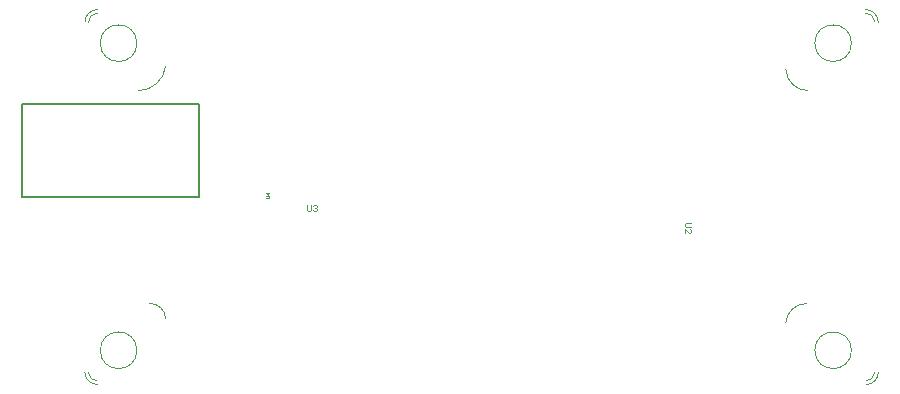
<source format=gm1>
G04*
G04 #@! TF.GenerationSoftware,Altium Limited,Altium Designer,21.6.4 (81)*
G04*
G04 Layer_Color=16711935*
%FSLAX44Y44*%
%MOMM*%
G71*
G04*
G04 #@! TF.SameCoordinates,1866F5A2-3B0E-43F8-A249-63D3AF7C4C1F*
G04*
G04*
G04 #@! TF.FilePolarity,Positive*
G04*
G01*
G75*
%ADD14C,0.1778*%
%ADD54C,0.0127*%
%ADD59C,0.0500*%
%ADD60C,0.0800*%
D14*
X-52844Y237624D02*
X96465D01*
X-52844Y158376D02*
X96465D01*
Y237624D01*
X-52844Y158376D02*
Y237624D01*
D54*
X44010Y288960D02*
G03*
X44010Y288960I-15500J0D01*
G01*
X649010Y28960D02*
G03*
X649010Y28960I-15500J0D01*
G01*
X44010D02*
G03*
X44010Y28960I-15500J0D01*
G01*
X649010Y288960D02*
G03*
X649010Y288960I-15500J0D01*
G01*
X661530Y-40D02*
G03*
X671710Y10150I-10J10190D01*
G01*
X671740Y306700D02*
G03*
X660940Y317490I-10800J-10D01*
G01*
X10680Y317470D02*
G03*
X-20Y306760I10J-10710D01*
G01*
X0Y10450D02*
G03*
X10450Y0I10450J0D01*
G01*
X10630Y314460D02*
G03*
X3010Y306849I0J-7620D01*
G01*
X45090Y248760D02*
G03*
X68410Y269810I0J23442D01*
G01*
X3010Y10247D02*
G03*
X10660Y2960I7650J372D01*
G01*
X68410Y56010D02*
G03*
X55010Y68660I-13400J-772D01*
G01*
X611060D02*
G03*
X593410Y51910I0J-17674D01*
G01*
X661020Y2960D02*
G03*
X668710Y10043I0J7716D01*
G01*
X593410Y266830D02*
G03*
X612290Y248760I18880J828D01*
G01*
X668710Y307528D02*
G03*
X661080Y314460I-7630J-733D01*
G01*
D59*
X153211Y157480D02*
X155710D01*
X156210Y157980D01*
Y158980D01*
X155710Y159479D01*
X153211D01*
X156210Y161978D02*
X153211D01*
X154711Y160479D01*
Y162478D01*
D60*
X187960Y151810D02*
Y147645D01*
X188793Y146812D01*
X190459D01*
X191292Y147645D01*
Y151810D01*
X192958Y150977D02*
X193791Y151810D01*
X195457D01*
X196291Y150977D01*
Y150144D01*
X195457Y149311D01*
X194625D01*
X195457D01*
X196291Y148478D01*
Y147645D01*
X195457Y146812D01*
X193791D01*
X192958Y147645D01*
X513252Y136398D02*
X509087D01*
X508254Y135565D01*
Y133899D01*
X509087Y133066D01*
X513252D01*
X508254Y128067D02*
Y131400D01*
X511586Y128067D01*
X512419D01*
X513252Y128900D01*
Y130567D01*
X512419Y131400D01*
M02*

</source>
